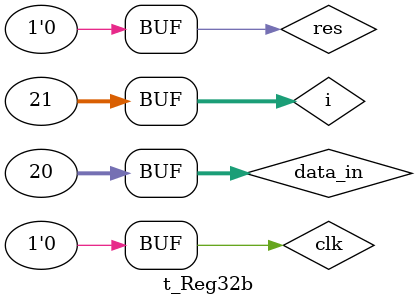
<source format=v>
/**
*	Test bench for 32 bit Register using D flip-flop
*	By: Omkar Prabhu 16CO233
*	16th October 2017
*/

`timescale 1ns/100ps

module t_Reg32b;

	// outputs 
	wire [0:31] data_out;
	// inputs 
	reg [0:31] data_in;
	reg clk;
	// active low reset signal
	reg res;
	
	// 32 bit Register thread instantiated
	Reg32b inst (data_out, data_in, clk, res);
	
	integer i;
	// check for various input combinations
	initial begin
	
		$dumpfile("Reg32b.vcd");
		$dumpvars(0, t_Reg32b);
		
		data_in = 32'b00000000000000000000000000000000;
		clk = 1'b0;
		res = 1'b1;
			
		for (i = 1; i <= 20; i = i + 1) begin
    		#6 data_in = data_in + 1'b1;
   		end
			
	end	

	initial begin
		#10 res = 1'b1;
		#24 res = 1'b0;
	end
	
	initial begin
		repeat (30) begin
			#5 clk = ~ clk;
		end
	end
	
	// print result
	initial begin
		$monitor("%t: data in: %b clk: %b reset: %b \t\t\t data out: %b \n", $time, data_in, clk, res, data_out);	
	end
	
	
endmodule	

</source>
